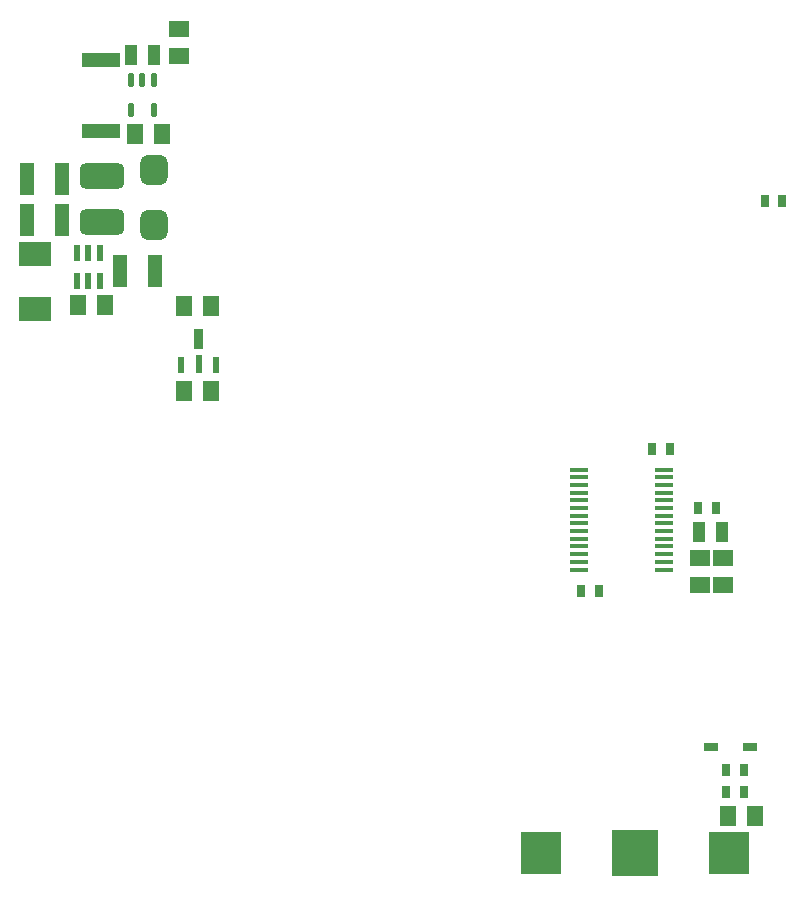
<source format=gbr>
%TF.GenerationSoftware,Altium Limited,Altium Designer,22.7.1 (60)*%
G04 Layer_Color=128*
%FSLAX45Y45*%
%MOMM*%
%TF.SameCoordinates,C4916FE7-F214-4651-8B13-81D0A890374D*%
%TF.FilePolarity,Positive*%
%TF.FileFunction,Paste,Bot*%
%TF.Part,Single*%
G01*
G75*
%TA.AperFunction,SMDPad,CuDef*%
%ADD23R,1.16000X2.72000*%
%ADD24R,1.40000X1.70000*%
%ADD25R,1.70000X1.40000*%
%ADD26R,1.00000X1.70000*%
%ADD27R,0.80000X1.00000*%
%ADD60R,3.50000X3.60000*%
%ADD61R,4.00000X4.00000*%
%ADD62R,0.48000X1.40000*%
%ADD63R,0.56000X1.52500*%
G04:AMPARAMS|DCode=64|XSize=1.34mm|YSize=0.59mm|CornerRadius=0.07375mm|HoleSize=0mm|Usage=FLASHONLY|Rotation=270.000|XOffset=0mm|YOffset=0mm|HoleType=Round|Shape=RoundedRectangle|*
%AMROUNDEDRECTD64*
21,1,1.34000,0.44250,0,0,270.0*
21,1,1.19250,0.59000,0,0,270.0*
1,1,0.14750,-0.22125,-0.59625*
1,1,0.14750,-0.22125,0.59625*
1,1,0.14750,0.22125,0.59625*
1,1,0.14750,0.22125,-0.59625*
%
%ADD64ROUNDEDRECTD64*%
%ADD65R,2.70000X2.05000*%
G04:AMPARAMS|DCode=66|XSize=2.2mm|YSize=3.8mm|CornerRadius=0.55mm|HoleSize=0mm|Usage=FLASHONLY|Rotation=270.000|XOffset=0mm|YOffset=0mm|HoleType=Round|Shape=RoundedRectangle|*
%AMROUNDEDRECTD66*
21,1,2.20000,2.70000,0,0,270.0*
21,1,1.10000,3.80000,0,0,270.0*
1,1,1.10000,-1.35000,-0.55000*
1,1,1.10000,-1.35000,0.55000*
1,1,1.10000,1.35000,0.55000*
1,1,1.10000,1.35000,-0.55000*
%
%ADD66ROUNDEDRECTD66*%
G04:AMPARAMS|DCode=67|XSize=2.3mm|YSize=2.5mm|CornerRadius=0.575mm|HoleSize=0mm|Usage=FLASHONLY|Rotation=0.000|XOffset=0mm|YOffset=0mm|HoleType=Round|Shape=RoundedRectangle|*
%AMROUNDEDRECTD67*
21,1,2.30000,1.35000,0,0,0.0*
21,1,1.15000,2.50000,0,0,0.0*
1,1,1.15000,0.57500,-0.67500*
1,1,1.15000,-0.57500,-0.67500*
1,1,1.15000,-0.57500,0.67500*
1,1,1.15000,0.57500,0.67500*
%
%ADD67ROUNDEDRECTD67*%
G04:AMPARAMS|DCode=68|XSize=1.21mm|YSize=0.59mm|CornerRadius=0.1475mm|HoleSize=0mm|Usage=FLASHONLY|Rotation=270.000|XOffset=0mm|YOffset=0mm|HoleType=Round|Shape=RoundedRectangle|*
%AMROUNDEDRECTD68*
21,1,1.21000,0.29500,0,0,270.0*
21,1,0.91500,0.59000,0,0,270.0*
1,1,0.29500,-0.14750,-0.45750*
1,1,0.29500,-0.14750,0.45750*
1,1,0.29500,0.14750,0.45750*
1,1,0.29500,0.14750,-0.45750*
%
%ADD68ROUNDEDRECTD68*%
%ADD69R,3.27000X1.15000*%
%ADD70R,1.50000X0.40000*%
%ADD71R,1.21000X0.73000*%
G36*
X1758000Y4986250D02*
Y4814250D01*
X1834000D01*
Y4986250D01*
X1758000D01*
D02*
G37*
D23*
X1430000Y5480454D02*
D03*
X1135000D02*
D03*
X345000Y5910454D02*
D03*
X640000D02*
D03*
Y6260454D02*
D03*
X345000D02*
D03*
D24*
X778200Y5190454D02*
D03*
X1006800D02*
D03*
X1484300Y6640000D02*
D03*
X1255700D02*
D03*
X1900300Y5184000D02*
D03*
X1671700D02*
D03*
Y4464000D02*
D03*
X1900300D02*
D03*
X6275700Y860000D02*
D03*
X6504300D02*
D03*
D25*
X1630000Y7524300D02*
D03*
Y7295700D02*
D03*
X6040001Y3044300D02*
D03*
Y2815700D02*
D03*
X6240001Y3044300D02*
D03*
Y2815700D02*
D03*
D26*
X1225000Y7310000D02*
D03*
X1415000D02*
D03*
X6225001Y3270000D02*
D03*
X6035001D02*
D03*
D27*
X6740000Y6070001D02*
D03*
X6590000D02*
D03*
X5785000Y3970000D02*
D03*
X5635000D02*
D03*
X6175000Y3470000D02*
D03*
X6025000D02*
D03*
X5185000Y2770000D02*
D03*
X5035000D02*
D03*
X6415000Y1250000D02*
D03*
X6265000D02*
D03*
X6415000Y1070000D02*
D03*
X6265000D02*
D03*
D60*
X6285000Y550000D02*
D03*
X4695000D02*
D03*
D61*
X5490000D02*
D03*
D62*
X1646000Y4681500D02*
D03*
X1946000D02*
D03*
D63*
X1796000Y4687500D02*
D03*
D64*
X767500Y5629454D02*
D03*
X862500D02*
D03*
X957500D02*
D03*
Y5391454D02*
D03*
X862500D02*
D03*
X767500D02*
D03*
D65*
X412500Y5155454D02*
D03*
Y5625454D02*
D03*
D66*
X982500Y5890000D02*
D03*
Y6280000D02*
D03*
D67*
X1420000Y6330000D02*
D03*
Y5870000D02*
D03*
D68*
X1225000Y7090547D02*
D03*
X1320000D02*
D03*
X1415000D02*
D03*
Y6839547D02*
D03*
X1225000D02*
D03*
D69*
X970000Y6663654D02*
D03*
Y7266254D02*
D03*
D70*
X5015000Y2950000D02*
D03*
Y3015000D02*
D03*
Y3080000D02*
D03*
Y3145000D02*
D03*
Y3210000D02*
D03*
Y3275000D02*
D03*
Y3340000D02*
D03*
Y3405000D02*
D03*
Y3470000D02*
D03*
Y3535000D02*
D03*
Y3600000D02*
D03*
Y3665000D02*
D03*
Y3730000D02*
D03*
Y3795000D02*
D03*
X5740000D02*
D03*
Y3730000D02*
D03*
Y3665000D02*
D03*
Y3600000D02*
D03*
Y3535000D02*
D03*
Y3470000D02*
D03*
Y3405000D02*
D03*
Y3340000D02*
D03*
Y3275000D02*
D03*
Y3210000D02*
D03*
Y3145000D02*
D03*
Y3080000D02*
D03*
Y3015000D02*
D03*
Y2950000D02*
D03*
D71*
X6132000Y1450000D02*
D03*
X6468000D02*
D03*
%TF.MD5,89e84f738d193cb20925f7f2c0395cd2*%
M02*

</source>
